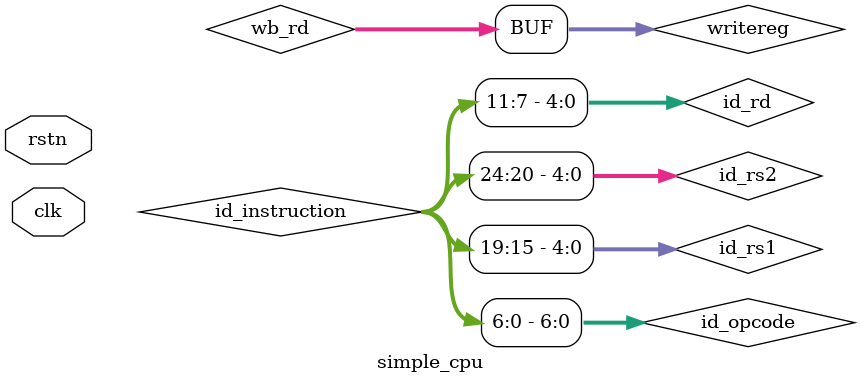
<source format=v>


module simple_cpu
#(parameter DATA_WIDTH = 32)(
  input clk,
  input rstn
);

///////////////////////////////////////////////////////////////////////////////
// TODO:  Declare all wires / registers that are needed
///////////////////////////////////////////////////////////////////////////////
// e.g., wire [DATA_WIDTH-1:0] if_pc_plus_4;
// 1) Pipeline registers (wires to / from pipeline register modules)
// 2) In / Out ports for other modules
// 3) Additional wires for multiplexers or other mdoules you instantiate

wire [DATA_WIDTH-1:0] if_PC, id_PC, ex_PC;
wire [DATA_WIDTH-1:0] if_pc_plus_4, id_pc_plus_4, ex_pc_plus_4, mem_pc_plus_4, wb_pc_plus_4;
wire [DATA_WIDTH-1:0] if_instruction, id_instruction;
wire [DATA_WIDTH-1:0] ex_pc_target, mem_pc_target;

// Register file unit
wire [4:0] id_rs1, ex_rs1;
wire [4:0] id_rs2, ex_rs2;
wire [4:0] id_rd, ex_rd, mem_rd, wb_rd;
wire [4:0] writereg;
wire [31:0] id_readdata1, ex_readdata1;
wire [31:0] id_readdata2, ex_readdata2;
wire [DATA_WIDTH-1:0] id_writedata, mem_writedata;
wire wen;

// Immediate generator unit
wire [DATA_WIDTH-1:0] id_sextimm, ex_sextimm;

// Control unit
wire [6:0] id_opcode;
wire [6:0] id_funct7, ex_funct7;
wire [2:0] id_funct3, ex_funct3, mem_funct3;
wire id_branch, ex_branch;
wire id_memread, ex_memread, mem_memread;
wire id_memtoreg, ex_memtoreg, mem_memtoreg, wb_memtoreg;
wire [1:0] id_aluop, ex_aluop;
wire id_memwrite, ex_memwrite;
wire id_alusrc, ex_alusrc;
wire id_regwrite, ex_regwrite, mem_regwrite, wb_regwrite;
wire [1:0] id_jump, ex_jump, mem_jump, wb_jump;
wire ex_taken, mem_taken;

// Hazard detection unit
wire flush;
wire stall;

// Forwarding unit
wire [31:0] forwarded_A;
wire [1:0] forward_a;
wire [31:0] forwarded_B;
wire [1:0] forward_b;

// Data memory unit
wire [DATA_WIDTH-1:0] mem_readdata, wb_readdata;

// ALU unit
wire [31:0] ex_alu_result, mem_alu_result, wb_alu_result;
wire [3:0] alu_func;
wire alu_check;

// MUX
wire [31:0] mux_out1;         //select rs2 or sextimm
mux_2x1 first_m_mux_2x1(
  .select(ex_alusrc),
  .in1(forwarded_B),
  .in2(ex_sextimm),

  .out(mux_out1)
);
wire [31:0] mux_out2;         //select pc_target or pc+4
mux_2x1 second_m_mux_2x1(
  .select(mem_taken || mem_jump[1]),     //mem_taken same as PCsrc
  .in1(if_pc_plus_4),
  .in2(mem_pc_target),

  .out(mux_out2)
);
wire [31:0] jump_mux_out;     //select jal(pc+imm) or jalr(rs1+imm)
mux_2x1 jal_or_jalr_mux_2x1(
  .select(ex_jump[0]),
  .in1(ex_PC),                                 //jal
  .in2(forwarded_A),    //jalr

  .out(jump_mux_out)
);
wire [31:0] mux_out3;         //select alu_result or memory data(ld) to write to reg
mux_2x1 third_m_mux_2x1(
  .select(wb_memtoreg),
  .in1(wb_alu_result),
  .in2(wb_readdata),

  .out(mux_out3)
);

mux_3x1 forwardA(
  .select(forward_a),
  .in1(ex_readdata1),
  .in2(mem_alu_result),
  .in3(mux_out3),

  .out(forwarded_A)
);
mux_3x1 forwardB(
  .select(forward_b),
  .in1(ex_readdata2),
  .in2(mem_alu_result),
  .in3(mux_out3),

  .out(forwarded_B)
);

//maskmode, sext
reg [1:0] maskmode;
reg sext;
always @(*) begin
  case(mem_funct3)
  3'b000: begin               //b
    maskmode <= 2'b00;
    sext<= 1'b0;
    end
  3'b001: begin               //h
    maskmode <= 2'b01;
    sext<= 1'b0;
    end
  3'b010: begin               //w
    maskmode <= 2'b10;
    sext<= 1'b0;
    end
  3'b100: begin               //unsigned b
    maskmode <= 2'b00;
    sext <= 1'b1; 
    end  
  3'b101: begin               //unsigned h
    maskmode <= 2'b01;
    sext <= 1'b1; 
    end  
  endcase
end

///////////////////////////////////////////////////////////////////////////////
// Instruction Fetch (IF)
///////////////////////////////////////////////////////////////////////////////

reg [DATA_WIDTH-1:0] PC;    // program counter (32 bits)

wire [DATA_WIDTH-1:0] NEXT_PC;

/* m_next_pc_adder */
adder m_pc_plus_4_adder(
  .in_a   (PC),
  .in_b   (32'h0000_0004),

  .result (if_pc_plus_4)
);

always @(posedge clk) begin
  if (rstn == 1'b0) begin
    PC <= 32'h00000000;
  end
  else if (stall) PC <= PC;
  else PC <= NEXT_PC;
end

/* instruction: read current instruction from inst mem */
instruction_memory m_instruction_memory(
  .address    (PC),

  .instruction(if_instruction)
);

/* forward to IF/ID stage registers */
ifid_reg m_ifid_reg(
  // TODO: Add flush or stall signal if it is needed
  .clk            (clk),
  .flush          (flush),
  .stall          (stall),
  .if_PC          (PC),
  .if_pc_plus_4   (if_pc_plus_4),
  .if_instruction (if_instruction),

  .id_PC          (id_PC),
  .id_pc_plus_4   (id_pc_plus_4),
  .id_instruction (id_instruction)
);

//////////////////////////////////////////////////////////////////////////////////
// Instruction Decode (ID)
//////////////////////////////////////////////////////////////////////////////////

//assign
assign id_opcode = id_instruction[6:0];
assign id_funct7 = id_instruction[31:25];
assign id_funct3 = id_instruction[14:12];
assign id_rs1 = id_instruction[19:15];
assign id_rs2 = id_instruction[24:20];
assign id_rd  = id_instruction[11:7];

/* m_hazard: hazard detection unit */
hazard m_hazard(
  // TODO: implement hazard detection unit & do wiring
  .mem_taken(mem_taken),
  .mem_jump(mem_jump[1]),

  .id_opcode(id_opcode),
  .ex_memread(ex_memread),
  .id_rs1(id_rs1),
  .id_rs2(id_rs2),
  .ex_rd(ex_rd),

  .flush(flush),
  .stall(stall)
);

/* m_control: control unit */
control m_control(
  .opcode     (id_opcode),

  .jump       (id_jump),
  .branch     (id_branch),
  .alu_op     (id_aluop),
  .alu_src    (id_alusrc),
  .mem_read   (id_memread),
  .mem_to_reg (id_memtoreg),
  .mem_write  (id_memwrite),
  .reg_write  (id_regwrite)
);

/* m_imm_generator: immediate generator */
immediate_generator m_immediate_generator(
  .instruction(id_instruction),

  .sextimm    (id_sextimm)
);

/* m_register_file: register file */
register_file m_register_file(
  .clk        (clk),
  .readreg1   (id_rs1),
  .readreg2   (id_rs2),
  .writereg   (writereg),
  .wen        (wen),
  .writedata  (id_writedata),
 
  .readdata1  (id_readdata1),
  .readdata2  (id_readdata2)
);
 
/* forward to ID/EX stage registers */
idex_reg m_idex_reg(
  // TODO: Add flush or stall signal if it is needed
  .clk          (clk),
  .flush        (flush),
  .stall        (stall),
  .id_PC        (id_PC),
  .id_pc_plus_4 (id_pc_plus_4),

  .id_jump      (id_jump),
  .id_branch    (id_branch),
  .id_aluop     (id_aluop),
  .id_alusrc    (id_alusrc),
  .id_memread   (id_memread),
  .id_memwrite  (id_memwrite),
  .id_memtoreg  (id_memtoreg),
  .id_regwrite  (id_regwrite),

  .id_sextimm   (id_sextimm),
  .id_funct7    (id_funct7),
  .id_funct3    (id_funct3),
  .id_readdata1 (id_readdata1),
  .id_readdata2 (id_readdata2),
  .id_rs1       (id_rs1),
  .id_rs2       (id_rs2),
  .id_rd        (id_rd),


  .ex_PC        (ex_PC),
  .ex_pc_plus_4 (ex_pc_plus_4),

  .ex_jump      (ex_jump),
  .ex_branch    (ex_branch),
  .ex_aluop     (ex_aluop),
  .ex_alusrc    (ex_alusrc),
  .ex_memread   (ex_memread),
  .ex_memwrite  (ex_memwrite),
  .ex_memtoreg  (ex_memtoreg),
  .ex_regwrite  (ex_regwrite),

  .ex_sextimm   (ex_sextimm),
  .ex_funct7    (ex_funct7),
  .ex_funct3    (ex_funct3),
  .ex_readdata1 (ex_readdata1),
  .ex_readdata2 (ex_readdata2),
  .ex_rs1       (ex_rs1),
  .ex_rs2       (ex_rs2),
  .ex_rd        (ex_rd)
);

//////////////////////////////////////////////////////////////////////////////////
// Execute (EX) 
//////////////////////////////////////////////////////////////////////////////////

/* m_branch_target_adder: PC + imm for branch address */
adder m_branch_target_adder(
  .in_a   (jump_mux_out),
  .in_b   (ex_sextimm << 1),

  .result (ex_pc_target)
);

/* m_branch_control : checks T/NT */
branch_control m_branch_control(
  .branch (ex_branch),
  .check  (alu_check),

  .taken  (ex_taken)
);

/* alu control : generates alu_func signal */
alu_control m_alu_control(
  .alu_op   (ex_aluop),
  .funct7   (ex_funct7),
  .funct3   (ex_funct3),

  .alu_func (alu_func)
);

/* m_alu */
alu m_alu(
  .alu_func (alu_func),
  .in_a     (forwarded_A),
  .in_b     (mux_out1), 

  .result   (ex_alu_result),
  .check    (alu_check)
);

forwarding m_forwarding(
  // TODO: implement forwarding unit & do wiring
  .ex_rs1(ex_rs1),
  .ex_rs2(ex_rs2),

  .mem_rd(mem_rd),
  .wb_rd(wb_rd),

  .mem_regwrite(mem_regwrite),
  .wb_regwrite(wb_regwrite),

  .forward_a(forward_a),
  .forward_b(forward_b)
);

/* forward to EX/MEM stage registers */
exmem_reg m_exmem_reg(
  // TODO: Add flush or stall signal if it is needed
  .clk            (clk),
  .flush          (flush),
  .ex_pc_plus_4   (ex_pc_plus_4   ),
  .ex_pc_target   (ex_pc_target),
  .ex_taken       (ex_taken     ), 
  .ex_jump        (ex_jump        ),
  .ex_memread     (ex_memread     ),
  .ex_memwrite    (ex_memwrite    ),
  .ex_memtoreg    (ex_memtoreg    ),
  .ex_regwrite    (ex_regwrite    ),

  .ex_alu_result  (ex_alu_result  ),
  .ex_writedata   (forwarded_B   ),
  .ex_funct3      (ex_funct3      ),
  .ex_rd          (ex_rd),
  
  .mem_pc_plus_4  (mem_pc_plus_4 ),
  .mem_pc_target  (mem_pc_target),
  .mem_taken      (mem_taken     ), 
  .mem_jump       (mem_jump      ),
  .mem_memread    (mem_memread   ),
  .mem_memwrite   (mem_memwrite  ),
  .mem_memtoreg   (mem_memtoreg  ),
  .mem_regwrite   (mem_regwrite  ),
  .mem_alu_result (mem_alu_result),
  .mem_writedata  (mem_writedata ),
  .mem_funct3     (mem_funct3    ),
  .mem_rd         (mem_rd)
);


//////////////////////////////////////////////////////////////////////////////////
// Memory (MEM) 
//////////////////////////////////////////////////////////////////////////////////

/* m_data_memory : main memory module */
data_memory m_data_memory(
  .clk         (clk),
  .address     (mem_alu_result),
  .write_data  (mem_writedata),
  .mem_read    (mem_memread),
  .mem_write   (mem_memwrite),
  .maskmode    (maskmode),
  .sext        (sext),

  .read_data   (mem_readdata)
);

/* forward to MEM/WB stage registers */
memwb_reg m_memwb_reg(
  // TODO: Add flush or stall signal if it is needed
  .clk            (clk),

  .mem_pc_plus_4  (mem_pc_plus_4 ),
  .mem_jump       (mem_jump      ),
  .mem_memtoreg   (mem_memtoreg  ),
  .mem_regwrite   (mem_regwrite  ),
  .mem_readdata   (mem_readdata  ),
  .mem_alu_result (mem_alu_result),
  .mem_rd         (mem_rd),

  .wb_pc_plus_4   (wb_pc_plus_4  ),
  .wb_jump        (wb_jump       ),
  .wb_memtoreg    (wb_memtoreg   ),
  .wb_regwrite    (wb_regwrite   ),
  .wb_readdata    (wb_readdata   ),
  .wb_alu_result  (wb_alu_result ),
  .wb_rd          (wb_rd)
);

assign NEXT_PC = mux_out2;

//////////////////////////////////////////////////////////////////////////////////
// Write Back (WB) 
//////////////////////////////////////////////////////////////////////////////////

assign id_writedata = (wb_jump[1] == 1'b1) ? wb_pc_plus_4 : mux_out3;
assign wen = wb_regwrite;
assign writereg = wb_rd;

endmodule

</source>
